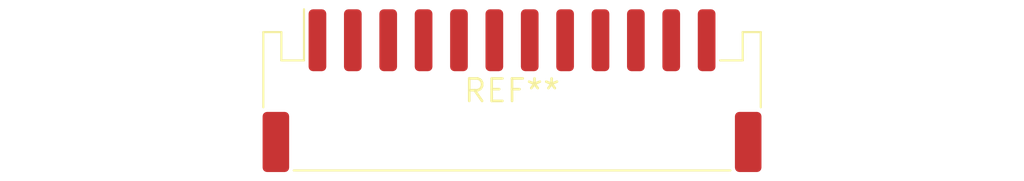
<source format=kicad_pcb>
(kicad_pcb (version 20240108) (generator pcbnew)
  (layers (0 "F.Cu" signal) (31 "B.Cu" signal) (34 "B.Paste" user) (35 "F.Paste" user) (36 "B.SilkS" user "B.Silkscreen") (37 "F.SilkS" user "F.Silkscreen") (38 "B.Mask" user) (39 "F.Mask" user) (44 "Edge.Cuts" user))
  (net 0 "")
  (footprint "JST_PH_S12B-PH-SM4-TB_1x12-1MP_P2.00mm_Horizontal" (layer "F.Cu") (at 0 0)
    (property "Reference" "REF**")
    (property "Value" "JST_PH_S12B-PH-SM4-TB_1x12-1MP_P2.00mm_Horizontal")
    (fp_line (start -14.06 -3.31) (end -13.04 -3.31) (layer "F.SilkS") (stroke (width 0.12)))
    (fp_line (start -14.06 0.94) (end -14.06 -3.31) (layer "F.SilkS") (stroke (width 0.12)))
    (fp_line (start -13.04 -3.31) (end -13.04 -1.71) (layer "F.SilkS") (stroke (width 0.12)))
    (fp_line (start -13.04 -1.71) (end -11.76 -1.71) (layer "F.SilkS") (stroke (width 0.12)))
    (fp_line (start -12.34 4.51) (end 12.34 4.51) (layer "F.SilkS") (stroke (width 0.12)))
    (fp_line (start -11.76 -1.71) (end -11.76 -4.6) (layer "F.SilkS") (stroke (width 0.12)))
    (fp_line (start 13.04 -3.31) (end 13.04 -1.71) (layer "F.SilkS") (stroke (width 0.12)))
    (fp_line (start 13.04 -1.71) (end 11.76 -1.71) (layer "F.SilkS") (stroke (width 0.12)))
    (fp_line (start 14.06 -3.31) (end 13.04 -3.31) (layer "F.SilkS") (stroke (width 0.12)))
    (fp_line (start 14.06 0.94) (end 14.06 -3.31) (layer "F.SilkS") (stroke (width 0.12)))
    (pad "1" smd roundrect (at -11 -2.85) (size 1 3.5) (layers "F.Cu" "F.Paste" "F.Mask"))
    (pad "2" smd roundrect (at -9 -2.85) (size 1 3.5) (layers "F.Cu" "F.Paste" "F.Mask"))
    (pad "3" smd roundrect (at -7 -2.85) (size 1 3.5) (layers "F.Cu" "F.Paste" "F.Mask"))
    (pad "4" smd roundrect (at -5 -2.85) (size 1 3.5) (layers "F.Cu" "F.Paste" "F.Mask"))
    (pad "5" smd roundrect (at -3 -2.85) (size 1 3.5) (layers "F.Cu" "F.Paste" "F.Mask"))
    (pad "6" smd roundrect (at -1 -2.85) (size 1 3.5) (layers "F.Cu" "F.Paste" "F.Mask"))
    (pad "7" smd roundrect (at 1 -2.85) (size 1 3.5) (layers "F.Cu" "F.Paste" "F.Mask"))
    (pad "8" smd roundrect (at 3 -2.85) (size 1 3.5) (layers "F.Cu" "F.Paste" "F.Mask"))
    (pad "9" smd roundrect (at 5 -2.85) (size 1 3.5) (layers "F.Cu" "F.Paste" "F.Mask"))
    (pad "10" smd roundrect (at 7 -2.85) (size 1 3.5) (layers "F.Cu" "F.Paste" "F.Mask"))
    (pad "11" smd roundrect (at 9 -2.85) (size 1 3.5) (layers "F.Cu" "F.Paste" "F.Mask"))
    (pad "12" smd roundrect (at 11 -2.85) (size 1 3.5) (layers "F.Cu" "F.Paste" "F.Mask"))
    (pad "MP" smd roundrect (at -13.35 2.9) (size 1.5 3.4) (layers "F.Cu" "F.Paste" "F.Mask") (roundrect_rratio 0.166667))
    (pad "MP" smd roundrect (at 13.35 2.9) (size 1.5 3.4) (layers "F.Cu" "F.Paste" "F.Mask") (roundrect_rratio 0.166667))
  )
)
</source>
